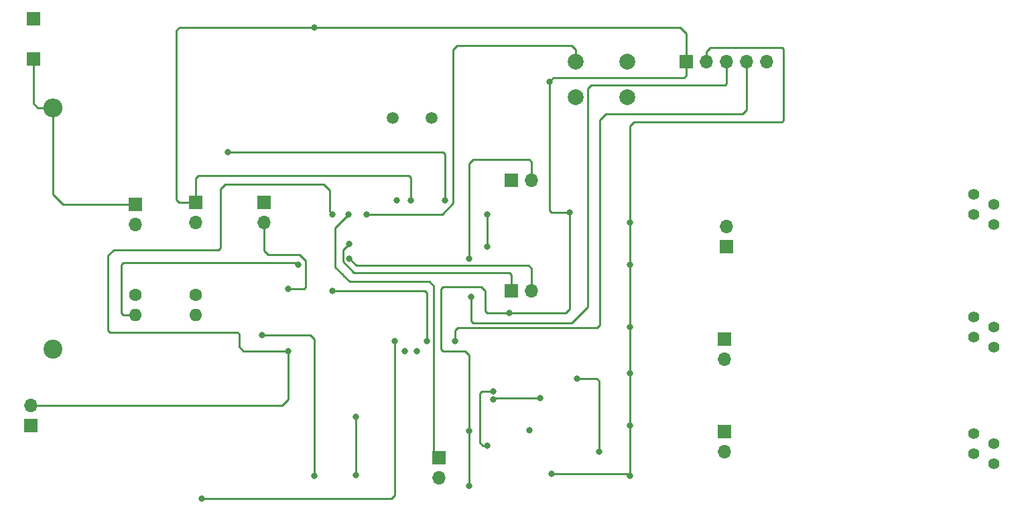
<source format=gbr>
%TF.GenerationSoftware,KiCad,Pcbnew,(5.1.6)-1*%
%TF.CreationDate,2020-08-06T11:36:23+02:00*%
%TF.ProjectId,Sintaksa-stm32g031-BMSmodul,53696e74-616b-4736-912d-73746d333267,rev?*%
%TF.SameCoordinates,Original*%
%TF.FileFunction,Copper,L2,Bot*%
%TF.FilePolarity,Positive*%
%FSLAX46Y46*%
G04 Gerber Fmt 4.6, Leading zero omitted, Abs format (unit mm)*
G04 Created by KiCad (PCBNEW (5.1.6)-1) date 2020-08-06 11:36:23*
%MOMM*%
%LPD*%
G01*
G04 APERTURE LIST*
%TA.AperFunction,ComponentPad*%
%ADD10R,1.700000X1.700000*%
%TD*%
%TA.AperFunction,ComponentPad*%
%ADD11C,1.400000*%
%TD*%
%TA.AperFunction,ComponentPad*%
%ADD12O,1.700000X1.700000*%
%TD*%
%TA.AperFunction,ComponentPad*%
%ADD13C,1.500000*%
%TD*%
%TA.AperFunction,ComponentPad*%
%ADD14O,1.600000X1.600000*%
%TD*%
%TA.AperFunction,ComponentPad*%
%ADD15C,1.600000*%
%TD*%
%TA.AperFunction,ComponentPad*%
%ADD16C,2.000000*%
%TD*%
%TA.AperFunction,ComponentPad*%
%ADD17O,2.400000X2.400000*%
%TD*%
%TA.AperFunction,ComponentPad*%
%ADD18C,2.400000*%
%TD*%
%TA.AperFunction,ViaPad*%
%ADD19C,0.800000*%
%TD*%
%TA.AperFunction,Conductor*%
%ADD20C,0.250000*%
%TD*%
G04 APERTURE END LIST*
D10*
%TO.P,J1,2*%
%TO.N,BATT+RAW*%
X65300000Y-60400000D03*
%TO.P,J1,1*%
%TO.N,GND*%
X65300000Y-55320000D03*
%TD*%
D11*
%TO.P,U8,1*%
%TO.N,Net-(U8-Pad1)*%
X186690000Y-111506000D03*
%TO.P,U8,2*%
%TO.N,Y_COMM*%
X184150000Y-110236000D03*
%TO.P,U8,3*%
%TO.N,Z_COMM*%
X186690000Y-108966000D03*
%TO.P,U8,4*%
%TO.N,Net-(U8-Pad4)*%
X184150000Y-107696000D03*
%TD*%
%TO.P,U6,1*%
%TO.N,Net-(U6-Pad1)*%
X186690000Y-81280000D03*
%TO.P,U6,2*%
%TO.N,B1_COMM*%
X184150000Y-80010000D03*
%TO.P,U6,3*%
%TO.N,A1_COMM*%
X186690000Y-78740000D03*
%TO.P,U6,4*%
%TO.N,Net-(U6-Pad4)*%
X184150000Y-77470000D03*
%TD*%
%TO.P,U7,1*%
%TO.N,Net-(U7-Pad1)*%
X186690000Y-96774000D03*
%TO.P,U7,2*%
%TO.N,B2_COMM*%
X184150000Y-95504000D03*
%TO.P,U7,3*%
%TO.N,A2_COMM*%
X186690000Y-94234000D03*
%TO.P,U7,4*%
%TO.N,Net-(U7-Pad4)*%
X184150000Y-92964000D03*
%TD*%
D12*
%TO.P,J12,2*%
%TO.N,UART2_RX*%
X128270000Y-89662000D03*
D10*
%TO.P,J12,1*%
%TO.N,UART2_TX*%
X125730000Y-89662000D03*
%TD*%
D13*
%TO.P,Y1,2*%
%TO.N,OCS32_IN*%
X115624000Y-67818000D03*
%TO.P,Y1,1*%
%TO.N,OSC32_OUT*%
X110744000Y-67818000D03*
%TD*%
D14*
%TO.P,TH2,2*%
%TO.N,ADC_TEMP_2*%
X85852000Y-92710000D03*
D15*
%TO.P,TH2,1*%
%TO.N,3.3V*%
X85852000Y-90170000D03*
%TD*%
D14*
%TO.P,TH1,2*%
%TO.N,ADC_TEMP_1*%
X78232000Y-92710000D03*
D15*
%TO.P,TH1,1*%
%TO.N,3.3V*%
X78232000Y-90170000D03*
%TD*%
D16*
%TO.P,SW1,1*%
%TO.N,NRST*%
X140358000Y-60706000D03*
%TO.P,SW1,2*%
%TO.N,GND*%
X140358000Y-65206000D03*
%TO.P,SW1,1*%
%TO.N,NRST*%
X133858000Y-60706000D03*
%TO.P,SW1,2*%
%TO.N,GND*%
X133858000Y-65206000D03*
%TD*%
D17*
%TO.P,R5,2*%
%TO.N,BATT+RAW*%
X67818000Y-66548000D03*
D18*
%TO.P,R5,1*%
%TO.N,Net-(Q1-Pad3)*%
X67818000Y-97028000D03*
%TD*%
D12*
%TO.P,J11,2*%
%TO.N,UART1_RX*%
X128270000Y-75692000D03*
D10*
%TO.P,J11,1*%
%TO.N,UART1_TX*%
X125730000Y-75692000D03*
%TD*%
D12*
%TO.P,J10,2*%
%TO.N,BATT+RAW*%
X78232000Y-81280000D03*
D10*
%TO.P,J10,1*%
X78232000Y-78740000D03*
%TD*%
D12*
%TO.P,J9,2*%
%TO.N,ADC_VOLT*%
X116586000Y-113284000D03*
D10*
%TO.P,J9,1*%
X116586000Y-110744000D03*
%TD*%
D12*
%TO.P,J8,2*%
%TO.N,ADC_VOLT_IN*%
X65024000Y-104140000D03*
D10*
%TO.P,J8,1*%
X65024000Y-106680000D03*
%TD*%
D12*
%TO.P,J7,2*%
%TO.N,GND*%
X94488000Y-81026000D03*
D10*
%TO.P,J7,1*%
X94488000Y-78486000D03*
%TD*%
D12*
%TO.P,J6,2*%
%TO.N,3.3V*%
X85852000Y-81026000D03*
D10*
%TO.P,J6,1*%
X85852000Y-78486000D03*
%TD*%
D12*
%TO.P,J5,2*%
%TO.N,Y*%
X152654000Y-109982000D03*
D10*
%TO.P,J5,1*%
%TO.N,Z*%
X152654000Y-107442000D03*
%TD*%
D12*
%TO.P,J4,2*%
%TO.N,B2*%
X152654000Y-98298000D03*
D10*
%TO.P,J4,1*%
%TO.N,A2*%
X152654000Y-95758000D03*
%TD*%
D12*
%TO.P,J3,2*%
%TO.N,B1*%
X152908000Y-81534000D03*
D10*
%TO.P,J3,1*%
%TO.N,A1*%
X152908000Y-84074000D03*
%TD*%
D12*
%TO.P,J2,5*%
%TO.N,NRST*%
X157988000Y-60706000D03*
%TO.P,J2,4*%
%TO.N,SWDIO*%
X155448000Y-60706000D03*
%TO.P,J2,3*%
%TO.N,SWCLK*%
X152908000Y-60706000D03*
%TO.P,J2,2*%
%TO.N,GND*%
X150368000Y-60706000D03*
D10*
%TO.P,J2,1*%
%TO.N,3.3V*%
X147828000Y-60706000D03*
%TD*%
D19*
%TO.N,G*%
X136800000Y-110000000D03*
X134000000Y-100800000D03*
%TO.N,UART2_TX*%
X123400000Y-103450000D03*
X129350000Y-103250000D03*
%TO.N,GND*%
X97536000Y-89408000D03*
X140716000Y-86360000D03*
X140716000Y-81026000D03*
X130810000Y-112776000D03*
X140716000Y-106680000D03*
X140716000Y-100076000D03*
X140716000Y-94234000D03*
X140716000Y-113030000D03*
X111252000Y-78232000D03*
%TO.N,3.3V*%
X120396000Y-114300000D03*
X133096000Y-79756000D03*
X125476000Y-92456000D03*
X130556000Y-63246000D03*
X100838000Y-56388000D03*
X113030000Y-78232000D03*
X120396000Y-107404000D03*
%TO.N,ADC_VOLT_IN*%
X97536000Y-97282000D03*
X103124000Y-80010000D03*
%TO.N,STATUS_PIN*%
X115062000Y-96012000D03*
X103124000Y-89662000D03*
%TO.N,NRST*%
X107442000Y-80010000D03*
%TO.N,SWDIO*%
X118618000Y-96012000D03*
%TO.N,SWCLK*%
X120650000Y-90424000D03*
%TO.N,ADC_VOLT*%
X105156000Y-80010000D03*
%TO.N,UART1_RX*%
X120396000Y-85598000D03*
%TO.N,UART1_TX*%
X122682000Y-80010000D03*
X122682000Y-84074000D03*
%TO.N,UART2_RX*%
X122682000Y-109220000D03*
X123444000Y-102362000D03*
X105200000Y-85600000D03*
%TO.N,UART2_TX*%
X105200000Y-83750000D03*
%TO.N,ON-OFF*%
X89916000Y-72136000D03*
X117348000Y-78232000D03*
%TO.N,ADC_TEMP_1*%
X98806000Y-86360000D03*
%TO.N,PWM_OUT*%
X86600000Y-115950000D03*
X110998000Y-96012000D03*
%TO.N,Net-(R22-Pad2)*%
X94234000Y-95250000D03*
X100838000Y-113030000D03*
%TO.N,TXEN*%
X128000000Y-107300000D03*
X112268000Y-97282000D03*
%TO.N,RXEN*%
X113792000Y-97282000D03*
%TO.N,Net-(R24-Pad1)*%
X106060000Y-113010000D03*
X106040000Y-105620000D03*
%TD*%
D20*
%TO.N,GND*%
X140716000Y-94234000D02*
X140716000Y-100076000D01*
X140716000Y-100076000D02*
X140716000Y-106680000D01*
X140716000Y-106680000D02*
X140716000Y-113030000D01*
X140462000Y-112776000D02*
X140716000Y-113030000D01*
X130810000Y-112776000D02*
X140462000Y-112776000D01*
X140716000Y-81026000D02*
X140716000Y-86360000D01*
X140716000Y-86360000D02*
X140716000Y-94234000D01*
X140716000Y-68834000D02*
X140716000Y-81026000D01*
X141224000Y-68326000D02*
X140716000Y-68834000D01*
X160100000Y-68100000D02*
X159874000Y-68326000D01*
X150368000Y-60706000D02*
X150368000Y-59436000D01*
X159874000Y-68326000D02*
X141224000Y-68326000D01*
X150876000Y-58928000D02*
X159928000Y-58928000D01*
X150368000Y-59436000D02*
X150876000Y-58928000D01*
X159928000Y-58928000D02*
X160100000Y-59100000D01*
X160100000Y-59100000D02*
X160100000Y-68100000D01*
X94488000Y-84582000D02*
X94488000Y-81026000D01*
X94996000Y-85090000D02*
X94488000Y-84582000D01*
X98905002Y-85090000D02*
X94996000Y-85090000D01*
X99731001Y-85915999D02*
X98905002Y-85090000D01*
X99731001Y-86668999D02*
X99731001Y-89218999D01*
X99731001Y-86668999D02*
X99731001Y-85915999D01*
X99731001Y-86804001D02*
X99731001Y-86668999D01*
X99542000Y-89408000D02*
X97536000Y-89408000D01*
X99731001Y-89218999D02*
X99542000Y-89408000D01*
%TO.N,BATT+RAW*%
X78232000Y-78740000D02*
X69088000Y-78740000D01*
X67818000Y-77470000D02*
X67818000Y-66548000D01*
X69088000Y-78740000D02*
X67818000Y-77470000D01*
X65300000Y-60400000D02*
X65300000Y-66000000D01*
X65848000Y-66548000D02*
X67818000Y-66548000D01*
X65300000Y-66000000D02*
X65848000Y-66548000D01*
%TO.N,3.3V*%
X147828000Y-60706000D02*
X147828000Y-57150000D01*
X147066000Y-56388000D02*
X100838000Y-56388000D01*
X147828000Y-57150000D02*
X147066000Y-56388000D01*
X130556000Y-63246000D02*
X130556000Y-79502000D01*
X130810000Y-79756000D02*
X133096000Y-79756000D01*
X130556000Y-79502000D02*
X130810000Y-79756000D01*
X133096000Y-79756000D02*
X133096000Y-91948000D01*
X132588000Y-92456000D02*
X125476000Y-92456000D01*
X133096000Y-91948000D02*
X132588000Y-92456000D01*
X122682000Y-92456000D02*
X125476000Y-92456000D01*
X121920000Y-89154000D02*
X122428000Y-89662000D01*
X122428000Y-92202000D02*
X122682000Y-92456000D01*
X117094000Y-89154000D02*
X121920000Y-89154000D01*
X116840000Y-89408000D02*
X117094000Y-89154000D01*
X120396000Y-97790000D02*
X119888000Y-97282000D01*
X116840000Y-97028000D02*
X116840000Y-89408000D01*
X120396000Y-111252000D02*
X120396000Y-107404000D01*
X122428000Y-89662000D02*
X122428000Y-92202000D01*
X117094000Y-97282000D02*
X116840000Y-97028000D01*
X119888000Y-97282000D02*
X117094000Y-97282000D01*
X120396000Y-111252000D02*
X120396000Y-114300000D01*
X120396000Y-107404000D02*
X120396000Y-97790000D01*
X83400000Y-56800000D02*
X83400000Y-78200000D01*
X83686000Y-78486000D02*
X85852000Y-78486000D01*
X100838000Y-56388000D02*
X83812000Y-56388000D01*
X83400000Y-78200000D02*
X83686000Y-78486000D01*
X83812000Y-56388000D02*
X83400000Y-56800000D01*
X130556000Y-63246000D02*
X130556000Y-63244000D01*
X130556000Y-63244000D02*
X131000000Y-62800000D01*
X131000000Y-62800000D02*
X147500000Y-62800000D01*
X147828000Y-62472000D02*
X147828000Y-60706000D01*
X147500000Y-62800000D02*
X147828000Y-62472000D01*
X113030000Y-75430000D02*
X113030000Y-78232000D01*
X112750000Y-75150000D02*
X113030000Y-75430000D01*
X85852000Y-76652000D02*
X85850000Y-76650000D01*
X85852000Y-78486000D02*
X85852000Y-76652000D01*
X85850000Y-76650000D02*
X85850000Y-75450000D01*
X85850000Y-75450000D02*
X86150000Y-75150000D01*
X86150000Y-75150000D02*
X112750000Y-75150000D01*
%TO.N,ADC_VOLT_IN*%
X97536000Y-97282000D02*
X97536000Y-103378000D01*
X96774000Y-104140000D02*
X65024000Y-104140000D01*
X97536000Y-103378000D02*
X96774000Y-104140000D01*
X102775001Y-79661001D02*
X103124000Y-80010000D01*
X102775001Y-76975001D02*
X102775001Y-79661001D01*
X102000000Y-76200000D02*
X102775001Y-76975001D01*
X89550000Y-76200000D02*
X102000000Y-76200000D01*
X91300000Y-95150000D02*
X91100000Y-94950000D01*
X91300000Y-96750000D02*
X91300000Y-95150000D01*
X97536000Y-97282000D02*
X91832000Y-97282000D01*
X74750000Y-94700000D02*
X74750000Y-85250000D01*
X91832000Y-97282000D02*
X91300000Y-96750000D01*
X91100000Y-94950000D02*
X75000000Y-94950000D01*
X75000000Y-94950000D02*
X74750000Y-94700000D01*
X74750000Y-85250000D02*
X75500000Y-84500000D01*
X75500000Y-84500000D02*
X88700000Y-84500000D01*
X88950000Y-76800000D02*
X89550000Y-76200000D01*
X88700000Y-84500000D02*
X88950000Y-84250000D01*
X88950000Y-84250000D02*
X88950000Y-76800000D01*
%TO.N,STATUS_PIN*%
X103124000Y-89662000D02*
X114808000Y-89662000D01*
X115062000Y-89916000D02*
X115062000Y-96012000D01*
X114808000Y-89662000D02*
X115062000Y-89916000D01*
%TO.N,NRST*%
X116939002Y-80010000D02*
X118364000Y-78585002D01*
X107442000Y-80010000D02*
X116939002Y-80010000D01*
X118364000Y-78585002D02*
X118364000Y-59182000D01*
X118364000Y-59182000D02*
X118872000Y-58674000D01*
X118872000Y-58674000D02*
X133350000Y-58674000D01*
X133858000Y-59182000D02*
X133858000Y-60706000D01*
X133350000Y-58674000D02*
X133858000Y-59182000D01*
%TO.N,SWDIO*%
X118618000Y-94682000D02*
X118618000Y-96012000D01*
X136500000Y-94400000D02*
X118900000Y-94400000D01*
X136906000Y-93994000D02*
X136500000Y-94400000D01*
X155448000Y-66802000D02*
X154940000Y-67310000D01*
X155448000Y-60706000D02*
X155448000Y-66802000D01*
X118900000Y-94400000D02*
X118618000Y-94682000D01*
X137668000Y-67310000D02*
X136906000Y-68072000D01*
X154940000Y-67310000D02*
X137668000Y-67310000D01*
X136906000Y-68072000D02*
X136906000Y-93994000D01*
%TO.N,SWCLK*%
X135382000Y-64118000D02*
X135800000Y-63700000D01*
X135800000Y-63700000D02*
X152708000Y-63700000D01*
X120650000Y-93472000D02*
X120904000Y-93726000D01*
X120650000Y-90424000D02*
X120650000Y-93472000D01*
X152708000Y-63700000D02*
X152908000Y-63500000D01*
X120904000Y-93726000D02*
X133350000Y-93726000D01*
X152908000Y-63500000D02*
X152908000Y-60706000D01*
X133350000Y-93726000D02*
X135382000Y-91694000D01*
X135382000Y-91694000D02*
X135382000Y-64118000D01*
%TO.N,ADC_VOLT*%
X116078000Y-112776000D02*
X116586000Y-113284000D01*
X104420999Y-80745001D02*
X105156000Y-80010000D01*
X115900000Y-110058000D02*
X115900000Y-89100000D01*
X116586000Y-110744000D02*
X115900000Y-110058000D01*
X103450000Y-86700000D02*
X103450000Y-81716000D01*
X115900000Y-89100000D02*
X115350000Y-88550000D01*
X103450000Y-81716000D02*
X104420999Y-80745001D01*
X115350000Y-88550000D02*
X105250000Y-88550000D01*
X105250000Y-88550000D02*
X104420999Y-87720999D01*
X104420999Y-87670999D02*
X103450000Y-86700000D01*
X104420999Y-87720999D02*
X104420999Y-87670999D01*
%TO.N,UART1_RX*%
X120396000Y-85598000D02*
X120396000Y-77978000D01*
X120396000Y-77978000D02*
X120396000Y-78486000D01*
X128270000Y-73420000D02*
X128270000Y-75692000D01*
X120900000Y-73150000D02*
X128000000Y-73150000D01*
X120396000Y-77978000D02*
X120396000Y-73654000D01*
X128000000Y-73150000D02*
X128270000Y-73420000D01*
X120396000Y-73654000D02*
X120900000Y-73150000D01*
%TO.N,UART1_TX*%
X122682000Y-84074000D02*
X122682000Y-80010000D01*
%TO.N,UART2_RX*%
X127925001Y-86523001D02*
X106123001Y-86523001D01*
X128270000Y-89662000D02*
X128270000Y-86868000D01*
X106123001Y-86523001D02*
X105200000Y-85600000D01*
X128270000Y-86868000D02*
X127925001Y-86523001D01*
X122682000Y-109220000D02*
X122070000Y-109220000D01*
X122070000Y-109220000D02*
X121700000Y-108850000D01*
X121700000Y-108850000D02*
X121700000Y-102650000D01*
X121988000Y-102362000D02*
X123444000Y-102362000D01*
X121700000Y-102650000D02*
X121988000Y-102362000D01*
%TO.N,UART2_TX*%
X104420999Y-84529001D02*
X105200000Y-83750000D01*
X125730000Y-89662000D02*
X125730000Y-87630000D01*
X104420999Y-85973921D02*
X104420999Y-84529001D01*
X125476000Y-87376000D02*
X105823078Y-87376000D01*
X125730000Y-87630000D02*
X125476000Y-87376000D01*
X105823078Y-87376000D02*
X104420999Y-85973921D01*
X123600000Y-103250000D02*
X123400000Y-103450000D01*
X129350000Y-103250000D02*
X123600000Y-103250000D01*
%TO.N,ON-OFF*%
X89916000Y-72136000D02*
X117094000Y-72136000D01*
X117348000Y-72390000D02*
X117348000Y-78232000D01*
X117094000Y-72136000D02*
X117348000Y-72390000D01*
%TO.N,ADC_TEMP_1*%
X76708000Y-92710000D02*
X78232000Y-92710000D01*
X76454000Y-92456000D02*
X76708000Y-92710000D01*
X76454000Y-86360000D02*
X76454000Y-92456000D01*
X76708000Y-86106000D02*
X76454000Y-86360000D01*
X98552000Y-86106000D02*
X98806000Y-86360000D01*
X76708000Y-86106000D02*
X98552000Y-86106000D01*
%TO.N,PWM_OUT*%
X110550000Y-115950000D02*
X86600000Y-115950000D01*
X110998000Y-96012000D02*
X110998000Y-115502000D01*
X110998000Y-115502000D02*
X110550000Y-115950000D01*
%TO.N,Net-(R22-Pad2)*%
X100838000Y-113030000D02*
X100838000Y-95758000D01*
X100330000Y-95250000D02*
X94234000Y-95250000D01*
X100838000Y-95758000D02*
X100330000Y-95250000D01*
%TO.N,G*%
X136800000Y-110000000D02*
X136800000Y-101100000D01*
X136500000Y-100800000D02*
X134000000Y-100800000D01*
X136800000Y-101100000D02*
X136500000Y-100800000D01*
%TO.N,Net-(R24-Pad1)*%
X106060000Y-105640000D02*
X106040000Y-105620000D01*
X106060000Y-113010000D02*
X106060000Y-105640000D01*
%TD*%
M02*

</source>
